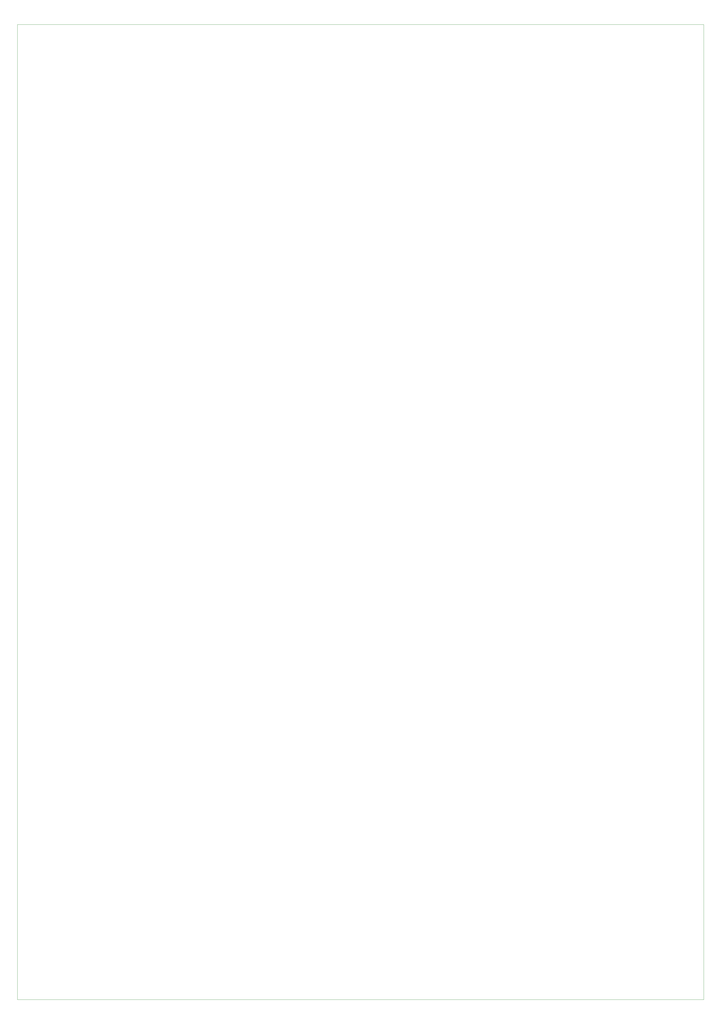
<source format=gbr>
G04 #@! TF.GenerationSoftware,KiCad,Pcbnew,(6.0.4-0)*
G04 #@! TF.CreationDate,2023-02-10T11:36:13-08:00*
G04 #@! TF.ProjectId,stripline_anode,73747269-706c-4696-9e65-5f616e6f6465,1a*
G04 #@! TF.SameCoordinates,Original*
G04 #@! TF.FileFunction,Profile,NP*
%FSLAX46Y46*%
G04 Gerber Fmt 4.6, Leading zero omitted, Abs format (unit mm)*
G04 Created by KiCad (PCBNEW (6.0.4-0)) date 2023-02-10 11:36:13*
%MOMM*%
%LPD*%
G01*
G04 APERTURE LIST*
G04 #@! TA.AperFunction,Profile*
%ADD10C,0.050000*%
G04 #@! TD*
G04 APERTURE END LIST*
D10*
X151371300Y-68795900D02*
X396278100Y-68795900D01*
X396278100Y-68795900D02*
X396278100Y-416480300D01*
X396278100Y-416480300D02*
X151371300Y-416480300D01*
X151371300Y-416480300D02*
X151371300Y-68795900D01*
M02*

</source>
